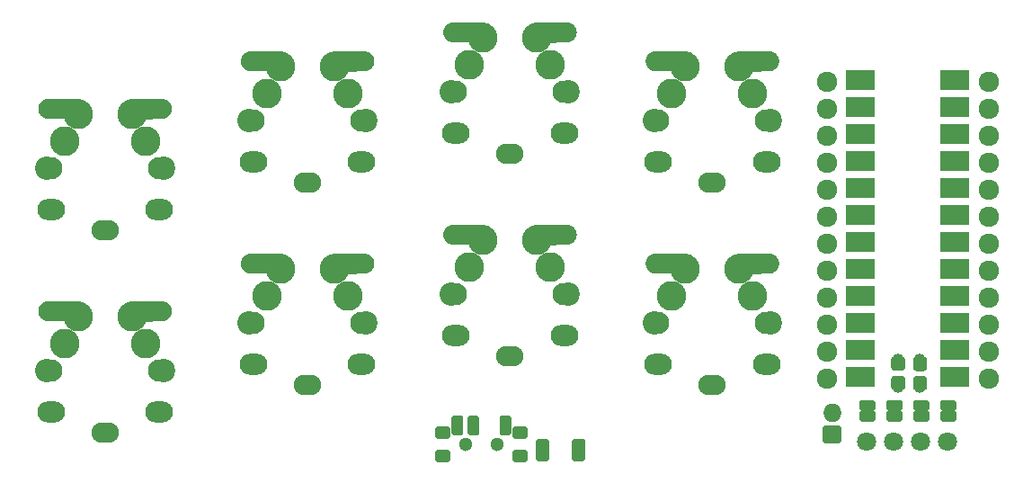
<source format=gbs>
G04 #@! TF.GenerationSoftware,KiCad,Pcbnew,5.1.9*
G04 #@! TF.CreationDate,2021-04-16T07:13:37-05:00*
G04 #@! TF.ProjectId,artboard,61727462-6f61-4726-942e-6b696361645f,2.0*
G04 #@! TF.SameCoordinates,Original*
G04 #@! TF.FileFunction,Soldermask,Bot*
G04 #@! TF.FilePolarity,Negative*
%FSLAX46Y46*%
G04 Gerber Fmt 4.6, Leading zero omitted, Abs format (unit mm)*
G04 Created by KiCad (PCBNEW 5.1.9) date 2021-04-16 07:13:37*
%MOMM*%
%LPD*%
G01*
G04 APERTURE LIST*
%ADD10C,1.150000*%
%ADD11C,2.800000*%
%ADD12O,2.600000X2.000000*%
%ADD13C,2.100000*%
%ADD14O,2.600000X1.900000*%
%ADD15C,2.200000*%
%ADD16C,0.100000*%
%ADD17C,1.924000*%
%ADD18C,1.300000*%
%ADD19C,1.797000*%
%ADD20O,1.750000X1.750000*%
G04 APERTURE END LIST*
D10*
X115900800Y-64031000D03*
X115900800Y-66571000D03*
G36*
G01*
X116238300Y-65076000D02*
X115563300Y-65076000D01*
G75*
G02*
X115225800Y-64738500I0J337500D01*
G01*
X115225800Y-64038500D01*
G75*
G02*
X115563300Y-63701000I337500J0D01*
G01*
X116238300Y-63701000D01*
G75*
G02*
X116575800Y-64038500I0J-337500D01*
G01*
X116575800Y-64738500D01*
G75*
G02*
X116238300Y-65076000I-337500J0D01*
G01*
G37*
G36*
G01*
X116238300Y-66901000D02*
X115563300Y-66901000D01*
G75*
G02*
X115225800Y-66563500I0J337500D01*
G01*
X115225800Y-65863500D01*
G75*
G02*
X115563300Y-65526000I337500J0D01*
G01*
X116238300Y-65526000D01*
G75*
G02*
X116575800Y-65863500I0J-337500D01*
G01*
X116575800Y-66563500D01*
G75*
G02*
X116238300Y-66901000I-337500J0D01*
G01*
G37*
G36*
G01*
X116238300Y-66901000D02*
X115563300Y-66901000D01*
G75*
G02*
X115225800Y-66563500I0J337500D01*
G01*
X115225800Y-65863500D01*
G75*
G02*
X115563300Y-65526000I337500J0D01*
G01*
X116238300Y-65526000D01*
G75*
G02*
X116575800Y-65863500I0J-337500D01*
G01*
X116575800Y-66563500D01*
G75*
G02*
X116238300Y-66901000I-337500J0D01*
G01*
G37*
G36*
G01*
X116238300Y-65076000D02*
X115563300Y-65076000D01*
G75*
G02*
X115225800Y-64738500I0J337500D01*
G01*
X115225800Y-64038500D01*
G75*
G02*
X115563300Y-63701000I337500J0D01*
G01*
X116238300Y-63701000D01*
G75*
G02*
X116575800Y-64038500I0J-337500D01*
G01*
X116575800Y-64738500D01*
G75*
G02*
X116238300Y-65076000I-337500J0D01*
G01*
G37*
X117958200Y-64056400D03*
X117958200Y-66596400D03*
G36*
G01*
X118295700Y-65101400D02*
X117620700Y-65101400D01*
G75*
G02*
X117283200Y-64763900I0J337500D01*
G01*
X117283200Y-64063900D01*
G75*
G02*
X117620700Y-63726400I337500J0D01*
G01*
X118295700Y-63726400D01*
G75*
G02*
X118633200Y-64063900I0J-337500D01*
G01*
X118633200Y-64763900D01*
G75*
G02*
X118295700Y-65101400I-337500J0D01*
G01*
G37*
G36*
G01*
X118295700Y-66926400D02*
X117620700Y-66926400D01*
G75*
G02*
X117283200Y-66588900I0J337500D01*
G01*
X117283200Y-65888900D01*
G75*
G02*
X117620700Y-65551400I337500J0D01*
G01*
X118295700Y-65551400D01*
G75*
G02*
X118633200Y-65888900I0J-337500D01*
G01*
X118633200Y-66588900D01*
G75*
G02*
X118295700Y-66926400I-337500J0D01*
G01*
G37*
G36*
G01*
X118295700Y-66926400D02*
X117620700Y-66926400D01*
G75*
G02*
X117283200Y-66588900I0J337500D01*
G01*
X117283200Y-65888900D01*
G75*
G02*
X117620700Y-65551400I337500J0D01*
G01*
X118295700Y-65551400D01*
G75*
G02*
X118633200Y-65888900I0J-337500D01*
G01*
X118633200Y-66588900D01*
G75*
G02*
X118295700Y-66926400I-337500J0D01*
G01*
G37*
G36*
G01*
X118295700Y-65101400D02*
X117620700Y-65101400D01*
G75*
G02*
X117283200Y-64763900I0J337500D01*
G01*
X117283200Y-64063900D01*
G75*
G02*
X117620700Y-63726400I337500J0D01*
G01*
X118295700Y-63726400D01*
G75*
G02*
X118633200Y-64063900I0J-337500D01*
G01*
X118633200Y-64763900D01*
G75*
G02*
X118295700Y-65101400I-337500J0D01*
G01*
G37*
D11*
X64084800Y-38935800D03*
D12*
X65374800Y-45375800D03*
G36*
G01*
X58774667Y-35956342D02*
X58774667Y-35956342D01*
G75*
G02*
X57816413Y-36898016I-949964J8290D01*
G01*
X54916523Y-36872710D01*
G75*
G02*
X53974849Y-35914456I8290J949964D01*
G01*
X53974849Y-35914456D01*
G75*
G02*
X54933103Y-34972782I949964J-8290D01*
G01*
X57832993Y-34998088D01*
G75*
G02*
X58774667Y-35956342I-8290J-949964D01*
G01*
G37*
D11*
X57734800Y-36395800D03*
D13*
X55194800Y-41475800D03*
X65354800Y-41475800D03*
D11*
X56464800Y-38935800D03*
D14*
X60274800Y-47375800D03*
D15*
X65774800Y-41475800D03*
X54774800Y-41475800D03*
D12*
X55174800Y-45375800D03*
G36*
G01*
X61774933Y-35956342D02*
X61774933Y-35956342D01*
G75*
G02*
X62716607Y-34998088I949964J8290D01*
G01*
X65616497Y-34972782D01*
G75*
G02*
X66574751Y-35914456I8290J-949964D01*
G01*
X66574751Y-35914456D01*
G75*
G02*
X65633077Y-36872710I-949964J-8290D01*
G01*
X62733187Y-36898016D01*
G75*
G02*
X61774933Y-35956342I-8290J949964D01*
G01*
G37*
D11*
X62814800Y-36395800D03*
X45009400Y-43418900D03*
D12*
X46299400Y-49858900D03*
G36*
G01*
X39699267Y-40439442D02*
X39699267Y-40439442D01*
G75*
G02*
X38741013Y-41381116I-949964J8290D01*
G01*
X35841123Y-41355810D01*
G75*
G02*
X34899449Y-40397556I8290J949964D01*
G01*
X34899449Y-40397556D01*
G75*
G02*
X35857703Y-39455882I949964J-8290D01*
G01*
X38757593Y-39481188D01*
G75*
G02*
X39699267Y-40439442I-8290J-949964D01*
G01*
G37*
D11*
X38659400Y-40878900D03*
D13*
X36119400Y-45958900D03*
X46279400Y-45958900D03*
D11*
X37389400Y-43418900D03*
D14*
X41199400Y-51858900D03*
D15*
X46699400Y-45958900D03*
X35699400Y-45958900D03*
D12*
X36099400Y-49858900D03*
G36*
G01*
X42699533Y-40439442D02*
X42699533Y-40439442D01*
G75*
G02*
X43641207Y-39481188I949964J8290D01*
G01*
X46541097Y-39455882D01*
G75*
G02*
X47499351Y-40397556I8290J-949964D01*
G01*
X47499351Y-40397556D01*
G75*
G02*
X46557677Y-41355810I-949964J-8290D01*
G01*
X43657787Y-41381116D01*
G75*
G02*
X42699533Y-40439442I-8290J949964D01*
G01*
G37*
D11*
X43739400Y-40878900D03*
X83147500Y-36218000D03*
D12*
X84437500Y-42658000D03*
G36*
G01*
X77837367Y-33238542D02*
X77837367Y-33238542D01*
G75*
G02*
X76879113Y-34180216I-949964J8290D01*
G01*
X73979223Y-34154910D01*
G75*
G02*
X73037549Y-33196656I8290J949964D01*
G01*
X73037549Y-33196656D01*
G75*
G02*
X73995803Y-32254982I949964J-8290D01*
G01*
X76895693Y-32280288D01*
G75*
G02*
X77837367Y-33238542I-8290J-949964D01*
G01*
G37*
D11*
X76797500Y-33678000D03*
D13*
X74257500Y-38758000D03*
X84417500Y-38758000D03*
D11*
X75527500Y-36218000D03*
D14*
X79337500Y-44658000D03*
D15*
X84837500Y-38758000D03*
X73837500Y-38758000D03*
D12*
X74237500Y-42658000D03*
G36*
G01*
X80837633Y-33238542D02*
X80837633Y-33238542D01*
G75*
G02*
X81779307Y-32280288I949964J8290D01*
G01*
X84679197Y-32254982D01*
G75*
G02*
X85637451Y-33196656I8290J-949964D01*
G01*
X85637451Y-33196656D01*
G75*
G02*
X84695777Y-34154910I-949964J-8290D01*
G01*
X81795887Y-34180216D01*
G75*
G02*
X80837633Y-33238542I-8290J949964D01*
G01*
G37*
D11*
X81877500Y-33678000D03*
X102210200Y-38935800D03*
D12*
X103500200Y-45375800D03*
G36*
G01*
X96900067Y-35956342D02*
X96900067Y-35956342D01*
G75*
G02*
X95941813Y-36898016I-949964J8290D01*
G01*
X93041923Y-36872710D01*
G75*
G02*
X92100249Y-35914456I8290J949964D01*
G01*
X92100249Y-35914456D01*
G75*
G02*
X93058503Y-34972782I949964J-8290D01*
G01*
X95958393Y-34998088D01*
G75*
G02*
X96900067Y-35956342I-8290J-949964D01*
G01*
G37*
D11*
X95860200Y-36395800D03*
D13*
X93320200Y-41475800D03*
X103480200Y-41475800D03*
D11*
X94590200Y-38935800D03*
D14*
X98400200Y-47375800D03*
D15*
X103900200Y-41475800D03*
X92900200Y-41475800D03*
D12*
X93300200Y-45375800D03*
G36*
G01*
X99900333Y-35956342D02*
X99900333Y-35956342D01*
G75*
G02*
X100842007Y-34998088I949964J8290D01*
G01*
X103741897Y-34972782D01*
G75*
G02*
X104700151Y-35914456I8290J-949964D01*
G01*
X104700151Y-35914456D01*
G75*
G02*
X103758477Y-36872710I-949964J-8290D01*
G01*
X100858587Y-36898016D01*
G75*
G02*
X99900333Y-35956342I-8290J949964D01*
G01*
G37*
D11*
X100940200Y-36395800D03*
X83147500Y-55268000D03*
D12*
X84437500Y-61708000D03*
G36*
G01*
X77837367Y-52288542D02*
X77837367Y-52288542D01*
G75*
G02*
X76879113Y-53230216I-949964J8290D01*
G01*
X73979223Y-53204910D01*
G75*
G02*
X73037549Y-52246656I8290J949964D01*
G01*
X73037549Y-52246656D01*
G75*
G02*
X73995803Y-51304982I949964J-8290D01*
G01*
X76895693Y-51330288D01*
G75*
G02*
X77837367Y-52288542I-8290J-949964D01*
G01*
G37*
D11*
X76797500Y-52728000D03*
D13*
X74257500Y-57808000D03*
X84417500Y-57808000D03*
D11*
X75527500Y-55268000D03*
D14*
X79337500Y-63708000D03*
D15*
X84837500Y-57808000D03*
X73837500Y-57808000D03*
D12*
X74237500Y-61708000D03*
G36*
G01*
X80837633Y-52288542D02*
X80837633Y-52288542D01*
G75*
G02*
X81779307Y-51330288I949964J8290D01*
G01*
X84679197Y-51304982D01*
G75*
G02*
X85637451Y-52246656I8290J-949964D01*
G01*
X85637451Y-52246656D01*
G75*
G02*
X84695777Y-53204910I-949964J-8290D01*
G01*
X81795887Y-53230216D01*
G75*
G02*
X80837633Y-52288542I-8290J949964D01*
G01*
G37*
D11*
X81877500Y-52728000D03*
X102210200Y-57985800D03*
D12*
X103500200Y-64425800D03*
G36*
G01*
X96900067Y-55006342D02*
X96900067Y-55006342D01*
G75*
G02*
X95941813Y-55948016I-949964J8290D01*
G01*
X93041923Y-55922710D01*
G75*
G02*
X92100249Y-54964456I8290J949964D01*
G01*
X92100249Y-54964456D01*
G75*
G02*
X93058503Y-54022782I949964J-8290D01*
G01*
X95958393Y-54048088D01*
G75*
G02*
X96900067Y-55006342I-8290J-949964D01*
G01*
G37*
D11*
X95860200Y-55445800D03*
D13*
X93320200Y-60525800D03*
X103480200Y-60525800D03*
D11*
X94590200Y-57985800D03*
D14*
X98400200Y-66425800D03*
D15*
X103900200Y-60525800D03*
X92900200Y-60525800D03*
D12*
X93300200Y-64425800D03*
G36*
G01*
X99900333Y-55006342D02*
X99900333Y-55006342D01*
G75*
G02*
X100842007Y-54048088I949964J8290D01*
G01*
X103741897Y-54022782D01*
G75*
G02*
X104700151Y-54964456I8290J-949964D01*
G01*
X104700151Y-54964456D01*
G75*
G02*
X103758477Y-55922710I-949964J-8290D01*
G01*
X100858587Y-55948016D01*
G75*
G02*
X99900333Y-55006342I-8290J949964D01*
G01*
G37*
D11*
X100940200Y-55445800D03*
X45009400Y-62468900D03*
D12*
X46299400Y-68908900D03*
G36*
G01*
X39699267Y-59489442D02*
X39699267Y-59489442D01*
G75*
G02*
X38741013Y-60431116I-949964J8290D01*
G01*
X35841123Y-60405810D01*
G75*
G02*
X34899449Y-59447556I8290J949964D01*
G01*
X34899449Y-59447556D01*
G75*
G02*
X35857703Y-58505882I949964J-8290D01*
G01*
X38757593Y-58531188D01*
G75*
G02*
X39699267Y-59489442I-8290J-949964D01*
G01*
G37*
D11*
X38659400Y-59928900D03*
D13*
X36119400Y-65008900D03*
X46279400Y-65008900D03*
D11*
X37389400Y-62468900D03*
D14*
X41199400Y-70908900D03*
D15*
X46699400Y-65008900D03*
X35699400Y-65008900D03*
D12*
X36099400Y-68908900D03*
G36*
G01*
X42699533Y-59489442D02*
X42699533Y-59489442D01*
G75*
G02*
X43641207Y-58531188I949964J8290D01*
G01*
X46541097Y-58505882D01*
G75*
G02*
X47499351Y-59447556I8290J-949964D01*
G01*
X47499351Y-59447556D01*
G75*
G02*
X46557677Y-60405810I-949964J-8290D01*
G01*
X43657787Y-60431116D01*
G75*
G02*
X42699533Y-59489442I-8290J949964D01*
G01*
G37*
D11*
X43739400Y-59928900D03*
X64084800Y-57985800D03*
D12*
X65374800Y-64425800D03*
G36*
G01*
X58774667Y-55006342D02*
X58774667Y-55006342D01*
G75*
G02*
X57816413Y-55948016I-949964J8290D01*
G01*
X54916523Y-55922710D01*
G75*
G02*
X53974849Y-54964456I8290J949964D01*
G01*
X53974849Y-54964456D01*
G75*
G02*
X54933103Y-54022782I949964J-8290D01*
G01*
X57832993Y-54048088D01*
G75*
G02*
X58774667Y-55006342I-8290J-949964D01*
G01*
G37*
D11*
X57734800Y-55445800D03*
D13*
X55194800Y-60525800D03*
X65354800Y-60525800D03*
D11*
X56464800Y-57985800D03*
D14*
X60274800Y-66425800D03*
D15*
X65774800Y-60525800D03*
X54774800Y-60525800D03*
D12*
X55174800Y-64425800D03*
G36*
G01*
X61774933Y-55006342D02*
X61774933Y-55006342D01*
G75*
G02*
X62716607Y-54048088I949964J8290D01*
G01*
X65616497Y-54022782D01*
G75*
G02*
X66574751Y-54964456I8290J-949964D01*
G01*
X66574751Y-54964456D01*
G75*
G02*
X65633077Y-55922710I-949964J-8290D01*
G01*
X62733187Y-55948016D01*
G75*
G02*
X61774933Y-55006342I-8290J949964D01*
G01*
G37*
D11*
X62814800Y-55445800D03*
D16*
G36*
X110998700Y-51353900D02*
G01*
X110998700Y-49453900D01*
X112398700Y-49453900D01*
X112398700Y-51353900D01*
X110998700Y-51353900D01*
G37*
G36*
X121158700Y-51353900D02*
G01*
X121158700Y-49453900D01*
X122558700Y-49453900D01*
X122558700Y-51353900D01*
X121158700Y-51353900D01*
G37*
G36*
X112268700Y-38653900D02*
G01*
X112268700Y-36753900D01*
X113668700Y-36753900D01*
X113668700Y-38653900D01*
X112268700Y-38653900D01*
G37*
G36*
X119888700Y-64053900D02*
G01*
X119888700Y-62153900D01*
X121288700Y-62153900D01*
X121288700Y-64053900D01*
X119888700Y-64053900D01*
G37*
G36*
X110998700Y-66593900D02*
G01*
X110998700Y-64693900D01*
X112398700Y-64693900D01*
X112398700Y-66593900D01*
X110998700Y-66593900D01*
G37*
G36*
X110998700Y-53893900D02*
G01*
X110998700Y-51993900D01*
X112398700Y-51993900D01*
X112398700Y-53893900D01*
X110998700Y-53893900D01*
G37*
G36*
X112268700Y-46273900D02*
G01*
X112268700Y-44373900D01*
X113668700Y-44373900D01*
X113668700Y-46273900D01*
X112268700Y-46273900D01*
G37*
G36*
X121158700Y-46273900D02*
G01*
X121158700Y-44373900D01*
X122558700Y-44373900D01*
X122558700Y-46273900D01*
X121158700Y-46273900D01*
G37*
G36*
X121158700Y-58973900D02*
G01*
X121158700Y-57073900D01*
X122558700Y-57073900D01*
X122558700Y-58973900D01*
X121158700Y-58973900D01*
G37*
G36*
X121158700Y-66593900D02*
G01*
X121158700Y-64693900D01*
X122558700Y-64693900D01*
X122558700Y-66593900D01*
X121158700Y-66593900D01*
G37*
G36*
X119888700Y-48813900D02*
G01*
X119888700Y-46913900D01*
X121288700Y-46913900D01*
X121288700Y-48813900D01*
X119888700Y-48813900D01*
G37*
G36*
X112268700Y-64053900D02*
G01*
X112268700Y-62153900D01*
X113668700Y-62153900D01*
X113668700Y-64053900D01*
X112268700Y-64053900D01*
G37*
G36*
X121158700Y-48813900D02*
G01*
X121158700Y-46913900D01*
X122558700Y-46913900D01*
X122558700Y-48813900D01*
X121158700Y-48813900D01*
G37*
G36*
X110998700Y-46273900D02*
G01*
X110998700Y-44373900D01*
X112398700Y-44373900D01*
X112398700Y-46273900D01*
X110998700Y-46273900D01*
G37*
G36*
X110998700Y-43733900D02*
G01*
X110998700Y-41833900D01*
X112398700Y-41833900D01*
X112398700Y-43733900D01*
X110998700Y-43733900D01*
G37*
G36*
X121158700Y-41193900D02*
G01*
X121158700Y-39293900D01*
X122558700Y-39293900D01*
X122558700Y-41193900D01*
X121158700Y-41193900D01*
G37*
G36*
X112268700Y-41193900D02*
G01*
X112268700Y-39293900D01*
X113668700Y-39293900D01*
X113668700Y-41193900D01*
X112268700Y-41193900D01*
G37*
G36*
X121158700Y-43733900D02*
G01*
X121158700Y-41833900D01*
X122558700Y-41833900D01*
X122558700Y-43733900D01*
X121158700Y-43733900D01*
G37*
G36*
X121158700Y-53893900D02*
G01*
X121158700Y-51993900D01*
X122558700Y-51993900D01*
X122558700Y-53893900D01*
X121158700Y-53893900D01*
G37*
G36*
X121158700Y-61513900D02*
G01*
X121158700Y-59613900D01*
X122558700Y-59613900D01*
X122558700Y-61513900D01*
X121158700Y-61513900D01*
G37*
G36*
X112268700Y-53893900D02*
G01*
X112268700Y-51993900D01*
X113668700Y-51993900D01*
X113668700Y-53893900D01*
X112268700Y-53893900D01*
G37*
G36*
X119888700Y-46273900D02*
G01*
X119888700Y-44373900D01*
X121288700Y-44373900D01*
X121288700Y-46273900D01*
X119888700Y-46273900D01*
G37*
G36*
X110998700Y-61513900D02*
G01*
X110998700Y-59613900D01*
X112398700Y-59613900D01*
X112398700Y-61513900D01*
X110998700Y-61513900D01*
G37*
G36*
X119888700Y-66593900D02*
G01*
X119888700Y-64693900D01*
X121288700Y-64693900D01*
X121288700Y-66593900D01*
X119888700Y-66593900D01*
G37*
G36*
X119888700Y-51353900D02*
G01*
X119888700Y-49453900D01*
X121288700Y-49453900D01*
X121288700Y-51353900D01*
X119888700Y-51353900D01*
G37*
G36*
X119888700Y-56433900D02*
G01*
X119888700Y-54533900D01*
X121288700Y-54533900D01*
X121288700Y-56433900D01*
X119888700Y-56433900D01*
G37*
G36*
X121158700Y-56433900D02*
G01*
X121158700Y-54533900D01*
X122558700Y-54533900D01*
X122558700Y-56433900D01*
X121158700Y-56433900D01*
G37*
G36*
X112268700Y-61513900D02*
G01*
X112268700Y-59613900D01*
X113668700Y-59613900D01*
X113668700Y-61513900D01*
X112268700Y-61513900D01*
G37*
G36*
X121158700Y-38653900D02*
G01*
X121158700Y-36753900D01*
X122558700Y-36753900D01*
X122558700Y-38653900D01*
X121158700Y-38653900D01*
G37*
G36*
X119888700Y-58973900D02*
G01*
X119888700Y-57073900D01*
X121288700Y-57073900D01*
X121288700Y-58973900D01*
X119888700Y-58973900D01*
G37*
G36*
X119888700Y-53893900D02*
G01*
X119888700Y-51993900D01*
X121288700Y-51993900D01*
X121288700Y-53893900D01*
X119888700Y-53893900D01*
G37*
G36*
X119888700Y-38653900D02*
G01*
X119888700Y-36753900D01*
X121288700Y-36753900D01*
X121288700Y-38653900D01*
X119888700Y-38653900D01*
G37*
G36*
X112268700Y-66593900D02*
G01*
X112268700Y-64693900D01*
X113668700Y-64693900D01*
X113668700Y-66593900D01*
X112268700Y-66593900D01*
G37*
G36*
X110998700Y-48813900D02*
G01*
X110998700Y-46913900D01*
X112398700Y-46913900D01*
X112398700Y-48813900D01*
X110998700Y-48813900D01*
G37*
G36*
X119888700Y-43733900D02*
G01*
X119888700Y-41833900D01*
X121288700Y-41833900D01*
X121288700Y-43733900D01*
X119888700Y-43733900D01*
G37*
G36*
X119888700Y-61513900D02*
G01*
X119888700Y-59613900D01*
X121288700Y-59613900D01*
X121288700Y-61513900D01*
X119888700Y-61513900D01*
G37*
G36*
X112268700Y-58973900D02*
G01*
X112268700Y-57073900D01*
X113668700Y-57073900D01*
X113668700Y-58973900D01*
X112268700Y-58973900D01*
G37*
G36*
X110998700Y-41193900D02*
G01*
X110998700Y-39293900D01*
X112398700Y-39293900D01*
X112398700Y-41193900D01*
X110998700Y-41193900D01*
G37*
G36*
X110998700Y-38653900D02*
G01*
X110998700Y-36753900D01*
X112398700Y-36753900D01*
X112398700Y-38653900D01*
X110998700Y-38653900D01*
G37*
G36*
X112268700Y-51353900D02*
G01*
X112268700Y-49453900D01*
X113668700Y-49453900D01*
X113668700Y-51353900D01*
X112268700Y-51353900D01*
G37*
G36*
X119888700Y-41193900D02*
G01*
X119888700Y-39293900D01*
X121288700Y-39293900D01*
X121288700Y-41193900D01*
X119888700Y-41193900D01*
G37*
G36*
X110998700Y-64053900D02*
G01*
X110998700Y-62153900D01*
X112398700Y-62153900D01*
X112398700Y-64053900D01*
X110998700Y-64053900D01*
G37*
G36*
X112268700Y-56433900D02*
G01*
X112268700Y-54533900D01*
X113668700Y-54533900D01*
X113668700Y-56433900D01*
X112268700Y-56433900D01*
G37*
G36*
X110998700Y-58973900D02*
G01*
X110998700Y-57073900D01*
X112398700Y-57073900D01*
X112398700Y-58973900D01*
X110998700Y-58973900D01*
G37*
G36*
X110998700Y-56433900D02*
G01*
X110998700Y-54533900D01*
X112398700Y-54533900D01*
X112398700Y-56433900D01*
X110998700Y-56433900D01*
G37*
G36*
X112268700Y-43733900D02*
G01*
X112268700Y-41833900D01*
X113668700Y-41833900D01*
X113668700Y-43733900D01*
X112268700Y-43733900D01*
G37*
G36*
X112268700Y-48813900D02*
G01*
X112268700Y-46913900D01*
X113668700Y-46913900D01*
X113668700Y-48813900D01*
X112268700Y-48813900D01*
G37*
G36*
X121158700Y-64053900D02*
G01*
X121158700Y-62153900D01*
X122558700Y-62153900D01*
X122558700Y-64053900D01*
X121158700Y-64053900D01*
G37*
G36*
X121158700Y-53893900D02*
G01*
X121158700Y-51993900D01*
X122558700Y-51993900D01*
X122558700Y-53893900D01*
X121158700Y-53893900D01*
G37*
G36*
X110998700Y-53893900D02*
G01*
X110998700Y-51993900D01*
X112398700Y-51993900D01*
X112398700Y-53893900D01*
X110998700Y-53893900D01*
G37*
G36*
X119888700Y-53893900D02*
G01*
X119888700Y-51993900D01*
X121288700Y-51993900D01*
X121288700Y-53893900D01*
X119888700Y-53893900D01*
G37*
G36*
X112268700Y-53893900D02*
G01*
X112268700Y-51993900D01*
X113668700Y-51993900D01*
X113668700Y-53893900D01*
X112268700Y-53893900D01*
G37*
G36*
X121158700Y-56433900D02*
G01*
X121158700Y-54533900D01*
X122558700Y-54533900D01*
X122558700Y-56433900D01*
X121158700Y-56433900D01*
G37*
G36*
X110998700Y-56433900D02*
G01*
X110998700Y-54533900D01*
X112398700Y-54533900D01*
X112398700Y-56433900D01*
X110998700Y-56433900D01*
G37*
G36*
X119888700Y-56433900D02*
G01*
X119888700Y-54533900D01*
X121288700Y-54533900D01*
X121288700Y-56433900D01*
X119888700Y-56433900D01*
G37*
G36*
X112268700Y-56433900D02*
G01*
X112268700Y-54533900D01*
X113668700Y-54533900D01*
X113668700Y-56433900D01*
X112268700Y-56433900D01*
G37*
G36*
X121158700Y-58973900D02*
G01*
X121158700Y-57073900D01*
X122558700Y-57073900D01*
X122558700Y-58973900D01*
X121158700Y-58973900D01*
G37*
G36*
X110998700Y-58973900D02*
G01*
X110998700Y-57073900D01*
X112398700Y-57073900D01*
X112398700Y-58973900D01*
X110998700Y-58973900D01*
G37*
G36*
X119888700Y-58973900D02*
G01*
X119888700Y-57073900D01*
X121288700Y-57073900D01*
X121288700Y-58973900D01*
X119888700Y-58973900D01*
G37*
G36*
X112268700Y-58973900D02*
G01*
X112268700Y-57073900D01*
X113668700Y-57073900D01*
X113668700Y-58973900D01*
X112268700Y-58973900D01*
G37*
G36*
X121158700Y-61513900D02*
G01*
X121158700Y-59613900D01*
X122558700Y-59613900D01*
X122558700Y-61513900D01*
X121158700Y-61513900D01*
G37*
G36*
X110998700Y-61513900D02*
G01*
X110998700Y-59613900D01*
X112398700Y-59613900D01*
X112398700Y-61513900D01*
X110998700Y-61513900D01*
G37*
G36*
X119888700Y-61513900D02*
G01*
X119888700Y-59613900D01*
X121288700Y-59613900D01*
X121288700Y-61513900D01*
X119888700Y-61513900D01*
G37*
G36*
X112268700Y-61513900D02*
G01*
X112268700Y-59613900D01*
X113668700Y-59613900D01*
X113668700Y-61513900D01*
X112268700Y-61513900D01*
G37*
G36*
X121158700Y-64053900D02*
G01*
X121158700Y-62153900D01*
X122558700Y-62153900D01*
X122558700Y-64053900D01*
X121158700Y-64053900D01*
G37*
G36*
X110998700Y-64053900D02*
G01*
X110998700Y-62153900D01*
X112398700Y-62153900D01*
X112398700Y-64053900D01*
X110998700Y-64053900D01*
G37*
G36*
X119888700Y-64053900D02*
G01*
X119888700Y-62153900D01*
X121288700Y-62153900D01*
X121288700Y-64053900D01*
X119888700Y-64053900D01*
G37*
G36*
X112268700Y-64053900D02*
G01*
X112268700Y-62153900D01*
X113668700Y-62153900D01*
X113668700Y-64053900D01*
X112268700Y-64053900D01*
G37*
G36*
X121158700Y-66593900D02*
G01*
X121158700Y-64693900D01*
X122558700Y-64693900D01*
X122558700Y-66593900D01*
X121158700Y-66593900D01*
G37*
G36*
X110998700Y-66593900D02*
G01*
X110998700Y-64693900D01*
X112398700Y-64693900D01*
X112398700Y-66593900D01*
X110998700Y-66593900D01*
G37*
G36*
X119888700Y-66593900D02*
G01*
X119888700Y-64693900D01*
X121288700Y-64693900D01*
X121288700Y-66593900D01*
X119888700Y-66593900D01*
G37*
G36*
X112268700Y-66593900D02*
G01*
X112268700Y-64693900D01*
X113668700Y-64693900D01*
X113668700Y-66593900D01*
X112268700Y-66593900D01*
G37*
G36*
X121158700Y-51353900D02*
G01*
X121158700Y-49453900D01*
X122558700Y-49453900D01*
X122558700Y-51353900D01*
X121158700Y-51353900D01*
G37*
G36*
X110998700Y-51353900D02*
G01*
X110998700Y-49453900D01*
X112398700Y-49453900D01*
X112398700Y-51353900D01*
X110998700Y-51353900D01*
G37*
G36*
X119888700Y-51353900D02*
G01*
X119888700Y-49453900D01*
X121288700Y-49453900D01*
X121288700Y-51353900D01*
X119888700Y-51353900D01*
G37*
G36*
X112268700Y-51353900D02*
G01*
X112268700Y-49453900D01*
X113668700Y-49453900D01*
X113668700Y-51353900D01*
X112268700Y-51353900D01*
G37*
G36*
X121158700Y-48813900D02*
G01*
X121158700Y-46913900D01*
X122558700Y-46913900D01*
X122558700Y-48813900D01*
X121158700Y-48813900D01*
G37*
G36*
X110998700Y-48813900D02*
G01*
X110998700Y-46913900D01*
X112398700Y-46913900D01*
X112398700Y-48813900D01*
X110998700Y-48813900D01*
G37*
G36*
X119888700Y-48813900D02*
G01*
X119888700Y-46913900D01*
X121288700Y-46913900D01*
X121288700Y-48813900D01*
X119888700Y-48813900D01*
G37*
G36*
X112268700Y-48813900D02*
G01*
X112268700Y-46913900D01*
X113668700Y-46913900D01*
X113668700Y-48813900D01*
X112268700Y-48813900D01*
G37*
G36*
X121158700Y-46273900D02*
G01*
X121158700Y-44373900D01*
X122558700Y-44373900D01*
X122558700Y-46273900D01*
X121158700Y-46273900D01*
G37*
G36*
X110998700Y-46273900D02*
G01*
X110998700Y-44373900D01*
X112398700Y-44373900D01*
X112398700Y-46273900D01*
X110998700Y-46273900D01*
G37*
G36*
X119888700Y-46273900D02*
G01*
X119888700Y-44373900D01*
X121288700Y-44373900D01*
X121288700Y-46273900D01*
X119888700Y-46273900D01*
G37*
G36*
X112268700Y-46273900D02*
G01*
X112268700Y-44373900D01*
X113668700Y-44373900D01*
X113668700Y-46273900D01*
X112268700Y-46273900D01*
G37*
G36*
X121158700Y-43733900D02*
G01*
X121158700Y-41833900D01*
X122558700Y-41833900D01*
X122558700Y-43733900D01*
X121158700Y-43733900D01*
G37*
G36*
X110998700Y-43733900D02*
G01*
X110998700Y-41833900D01*
X112398700Y-41833900D01*
X112398700Y-43733900D01*
X110998700Y-43733900D01*
G37*
G36*
X119888700Y-43733900D02*
G01*
X119888700Y-41833900D01*
X121288700Y-41833900D01*
X121288700Y-43733900D01*
X119888700Y-43733900D01*
G37*
G36*
X112268700Y-43733900D02*
G01*
X112268700Y-41833900D01*
X113668700Y-41833900D01*
X113668700Y-43733900D01*
X112268700Y-43733900D01*
G37*
G36*
X121158700Y-41193900D02*
G01*
X121158700Y-39293900D01*
X122558700Y-39293900D01*
X122558700Y-41193900D01*
X121158700Y-41193900D01*
G37*
G36*
X110998700Y-41193900D02*
G01*
X110998700Y-39293900D01*
X112398700Y-39293900D01*
X112398700Y-41193900D01*
X110998700Y-41193900D01*
G37*
G36*
X119888700Y-41193900D02*
G01*
X119888700Y-39293900D01*
X121288700Y-39293900D01*
X121288700Y-41193900D01*
X119888700Y-41193900D01*
G37*
G36*
X112268700Y-41193900D02*
G01*
X112268700Y-39293900D01*
X113668700Y-39293900D01*
X113668700Y-41193900D01*
X112268700Y-41193900D01*
G37*
G36*
X119888700Y-38653900D02*
G01*
X119888700Y-36753900D01*
X121288700Y-36753900D01*
X121288700Y-38653900D01*
X119888700Y-38653900D01*
G37*
G36*
X121158700Y-38653900D02*
G01*
X121158700Y-36753900D01*
X122558700Y-36753900D01*
X122558700Y-38653900D01*
X121158700Y-38653900D01*
G37*
G36*
X112268700Y-38653900D02*
G01*
X112268700Y-36753900D01*
X113668700Y-36753900D01*
X113668700Y-38653900D01*
X112268700Y-38653900D01*
G37*
G36*
X110998700Y-38653900D02*
G01*
X110998700Y-36753900D01*
X112398700Y-36753900D01*
X112398700Y-38653900D01*
X110998700Y-38653900D01*
G37*
D17*
X124435100Y-37830900D03*
X124435100Y-40370900D03*
X124435100Y-42910900D03*
X124435100Y-45450900D03*
X124435100Y-47990900D03*
X124435100Y-50530900D03*
X124435100Y-53070900D03*
X124435100Y-55610900D03*
X124435100Y-58150900D03*
X124435100Y-60690900D03*
X124435100Y-63230900D03*
X124435100Y-65770900D03*
X109215100Y-65770900D03*
X109215100Y-63230900D03*
X109215100Y-60690900D03*
X109215100Y-58150900D03*
X109215100Y-55610900D03*
X109215100Y-53070900D03*
X109215100Y-50530900D03*
X109215100Y-47990900D03*
X109215100Y-45450900D03*
X109215100Y-42910900D03*
X109215100Y-40370900D03*
X109215100Y-37830900D03*
G36*
G01*
X85162700Y-73377300D02*
X85162700Y-71677300D01*
G75*
G02*
X85362700Y-71477300I200000J0D01*
G01*
X86262700Y-71477300D01*
G75*
G02*
X86462700Y-71677300I0J-200000D01*
G01*
X86462700Y-73377300D01*
G75*
G02*
X86262700Y-73577300I-200000J0D01*
G01*
X85362700Y-73577300D01*
G75*
G02*
X85162700Y-73377300I0J200000D01*
G01*
G37*
G36*
G01*
X81762700Y-73377300D02*
X81762700Y-71677300D01*
G75*
G02*
X81962700Y-71477300I200000J0D01*
G01*
X82862700Y-71477300D01*
G75*
G02*
X83062700Y-71677300I0J-200000D01*
G01*
X83062700Y-73377300D01*
G75*
G02*
X82862700Y-73577300I-200000J0D01*
G01*
X81962700Y-73577300D01*
G75*
G02*
X81762700Y-73377300I0J200000D01*
G01*
G37*
D18*
X75145100Y-71968300D03*
X78145100Y-71968300D03*
X78145100Y-71968300D03*
X75145100Y-71968300D03*
G36*
G01*
X79445100Y-69458300D02*
X79445100Y-70958300D01*
G75*
G02*
X79245100Y-71158300I-200000J0D01*
G01*
X78545100Y-71158300D01*
G75*
G02*
X78345100Y-70958300I0J200000D01*
G01*
X78345100Y-69458300D01*
G75*
G02*
X78545100Y-69258300I200000J0D01*
G01*
X79245100Y-69258300D01*
G75*
G02*
X79445100Y-69458300I0J-200000D01*
G01*
G37*
G36*
G01*
X76445100Y-69458300D02*
X76445100Y-70958300D01*
G75*
G02*
X76245100Y-71158300I-200000J0D01*
G01*
X75545100Y-71158300D01*
G75*
G02*
X75345100Y-70958300I0J200000D01*
G01*
X75345100Y-69458300D01*
G75*
G02*
X75545100Y-69258300I200000J0D01*
G01*
X76245100Y-69258300D01*
G75*
G02*
X76445100Y-69458300I0J-200000D01*
G01*
G37*
G36*
G01*
X74945100Y-69458300D02*
X74945100Y-70958300D01*
G75*
G02*
X74745100Y-71158300I-200000J0D01*
G01*
X74045100Y-71158300D01*
G75*
G02*
X73845100Y-70958300I0J200000D01*
G01*
X73845100Y-69458300D01*
G75*
G02*
X74045100Y-69258300I200000J0D01*
G01*
X74745100Y-69258300D01*
G75*
G02*
X74945100Y-69458300I0J-200000D01*
G01*
G37*
G36*
G01*
X80995100Y-72668300D02*
X80995100Y-73468300D01*
G75*
G02*
X80795100Y-73668300I-200000J0D01*
G01*
X79795100Y-73668300D01*
G75*
G02*
X79595100Y-73468300I0J200000D01*
G01*
X79595100Y-72668300D01*
G75*
G02*
X79795100Y-72468300I200000J0D01*
G01*
X80795100Y-72468300D01*
G75*
G02*
X80995100Y-72668300I0J-200000D01*
G01*
G37*
G36*
G01*
X73695100Y-72668300D02*
X73695100Y-73468300D01*
G75*
G02*
X73495100Y-73668300I-200000J0D01*
G01*
X72495100Y-73668300D01*
G75*
G02*
X72295100Y-73468300I0J200000D01*
G01*
X72295100Y-72668300D01*
G75*
G02*
X72495100Y-72468300I200000J0D01*
G01*
X73495100Y-72468300D01*
G75*
G02*
X73695100Y-72668300I0J-200000D01*
G01*
G37*
G36*
G01*
X73695100Y-70458300D02*
X73695100Y-71258300D01*
G75*
G02*
X73495100Y-71458300I-200000J0D01*
G01*
X72495100Y-71458300D01*
G75*
G02*
X72295100Y-71258300I0J200000D01*
G01*
X72295100Y-70458300D01*
G75*
G02*
X72495100Y-70258300I200000J0D01*
G01*
X73495100Y-70258300D01*
G75*
G02*
X73695100Y-70458300I0J-200000D01*
G01*
G37*
G36*
G01*
X80995100Y-70458300D02*
X80995100Y-71258300D01*
G75*
G02*
X80795100Y-71458300I-200000J0D01*
G01*
X79795100Y-71458300D01*
G75*
G02*
X79595100Y-71258300I0J200000D01*
G01*
X79595100Y-70458300D01*
G75*
G02*
X79795100Y-70258300I200000J0D01*
G01*
X80795100Y-70258300D01*
G75*
G02*
X80995100Y-70458300I0J-200000D01*
G01*
G37*
G36*
G01*
X120028300Y-67793700D02*
X121171300Y-67793700D01*
G75*
G02*
X121371300Y-67993700I0J-200000D01*
G01*
X121371300Y-68628700D01*
G75*
G02*
X121171300Y-68828700I-200000J0D01*
G01*
X120028300Y-68828700D01*
G75*
G02*
X119828300Y-68628700I0J200000D01*
G01*
X119828300Y-67993700D01*
G75*
G02*
X120028300Y-67793700I200000J0D01*
G01*
G37*
G36*
G01*
X120028300Y-68794460D02*
X121171300Y-68794460D01*
G75*
G02*
X121371300Y-68994460I0J-200000D01*
G01*
X121371300Y-69629460D01*
G75*
G02*
X121171300Y-69829460I-200000J0D01*
G01*
X120028300Y-69829460D01*
G75*
G02*
X119828300Y-69629460I0J200000D01*
G01*
X119828300Y-68994460D01*
G75*
G02*
X120028300Y-68794460I200000J0D01*
G01*
G37*
G36*
G01*
X117488300Y-67793700D02*
X118631300Y-67793700D01*
G75*
G02*
X118831300Y-67993700I0J-200000D01*
G01*
X118831300Y-68628700D01*
G75*
G02*
X118631300Y-68828700I-200000J0D01*
G01*
X117488300Y-68828700D01*
G75*
G02*
X117288300Y-68628700I0J200000D01*
G01*
X117288300Y-67993700D01*
G75*
G02*
X117488300Y-67793700I200000J0D01*
G01*
G37*
G36*
G01*
X117488300Y-68794460D02*
X118631300Y-68794460D01*
G75*
G02*
X118831300Y-68994460I0J-200000D01*
G01*
X118831300Y-69629460D01*
G75*
G02*
X118631300Y-69829460I-200000J0D01*
G01*
X117488300Y-69829460D01*
G75*
G02*
X117288300Y-69629460I0J200000D01*
G01*
X117288300Y-68994460D01*
G75*
G02*
X117488300Y-68794460I200000J0D01*
G01*
G37*
G36*
G01*
X114961000Y-67793700D02*
X116104000Y-67793700D01*
G75*
G02*
X116304000Y-67993700I0J-200000D01*
G01*
X116304000Y-68628700D01*
G75*
G02*
X116104000Y-68828700I-200000J0D01*
G01*
X114961000Y-68828700D01*
G75*
G02*
X114761000Y-68628700I0J200000D01*
G01*
X114761000Y-67993700D01*
G75*
G02*
X114961000Y-67793700I200000J0D01*
G01*
G37*
G36*
G01*
X114961000Y-68794460D02*
X116104000Y-68794460D01*
G75*
G02*
X116304000Y-68994460I0J-200000D01*
G01*
X116304000Y-69629460D01*
G75*
G02*
X116104000Y-69829460I-200000J0D01*
G01*
X114961000Y-69829460D01*
G75*
G02*
X114761000Y-69629460I0J200000D01*
G01*
X114761000Y-68994460D01*
G75*
G02*
X114961000Y-68794460I200000J0D01*
G01*
G37*
G36*
G01*
X112421000Y-67801320D02*
X113564000Y-67801320D01*
G75*
G02*
X113764000Y-68001320I0J-200000D01*
G01*
X113764000Y-68636320D01*
G75*
G02*
X113564000Y-68836320I-200000J0D01*
G01*
X112421000Y-68836320D01*
G75*
G02*
X112221000Y-68636320I0J200000D01*
G01*
X112221000Y-68001320D01*
G75*
G02*
X112421000Y-67801320I200000J0D01*
G01*
G37*
G36*
G01*
X112421000Y-68802080D02*
X113564000Y-68802080D01*
G75*
G02*
X113764000Y-69002080I0J-200000D01*
G01*
X113764000Y-69637080D01*
G75*
G02*
X113564000Y-69837080I-200000J0D01*
G01*
X112421000Y-69837080D01*
G75*
G02*
X112221000Y-69637080I0J200000D01*
G01*
X112221000Y-69002080D01*
G75*
G02*
X112421000Y-68802080I200000J0D01*
G01*
G37*
D19*
X112954400Y-71689100D03*
X115494400Y-71689100D03*
X118034400Y-71689100D03*
X120574400Y-71689100D03*
G36*
G01*
X110540100Y-70379100D02*
X110540100Y-71729100D01*
G75*
G02*
X110340100Y-71929100I-200000J0D01*
G01*
X108990100Y-71929100D01*
G75*
G02*
X108790100Y-71729100I0J200000D01*
G01*
X108790100Y-70379100D01*
G75*
G02*
X108990100Y-70179100I200000J0D01*
G01*
X110340100Y-70179100D01*
G75*
G02*
X110540100Y-70379100I0J-200000D01*
G01*
G37*
D20*
X109665100Y-69054100D03*
M02*

</source>
